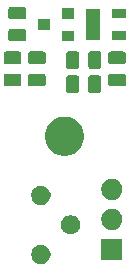
<source format=gbr>
G04 #@! TF.GenerationSoftware,KiCad,Pcbnew,(5.1.5)-3*
G04 #@! TF.CreationDate,2021-01-22T16:54:37+10:30*
G04 #@! TF.ProjectId,HallSingle,48616c6c-5369-46e6-976c-652e6b696361,rev?*
G04 #@! TF.SameCoordinates,Original*
G04 #@! TF.FileFunction,Soldermask,Top*
G04 #@! TF.FilePolarity,Negative*
%FSLAX46Y46*%
G04 Gerber Fmt 4.6, Leading zero omitted, Abs format (unit mm)*
G04 Created by KiCad (PCBNEW (5.1.5)-3) date 2021-01-22 16:54:37*
%MOMM*%
%LPD*%
G04 APERTURE LIST*
%ADD10C,0.100000*%
G04 APERTURE END LIST*
D10*
G36*
X142237142Y-78218242D02*
G01*
X142385101Y-78279529D01*
X142518255Y-78368499D01*
X142631501Y-78481745D01*
X142720471Y-78614899D01*
X142781758Y-78762858D01*
X142813000Y-78919925D01*
X142813000Y-79080075D01*
X142781758Y-79237142D01*
X142720471Y-79385101D01*
X142631501Y-79518255D01*
X142518255Y-79631501D01*
X142385101Y-79720471D01*
X142237142Y-79781758D01*
X142080075Y-79813000D01*
X141919925Y-79813000D01*
X141762858Y-79781758D01*
X141614899Y-79720471D01*
X141481745Y-79631501D01*
X141368499Y-79518255D01*
X141279529Y-79385101D01*
X141218242Y-79237142D01*
X141187000Y-79080075D01*
X141187000Y-78919925D01*
X141218242Y-78762858D01*
X141279529Y-78614899D01*
X141368499Y-78481745D01*
X141481745Y-78368499D01*
X141614899Y-78279529D01*
X141762858Y-78218242D01*
X141919925Y-78187000D01*
X142080075Y-78187000D01*
X142237142Y-78218242D01*
G37*
G36*
X148901000Y-79481000D02*
G01*
X147099000Y-79481000D01*
X147099000Y-77679000D01*
X148901000Y-77679000D01*
X148901000Y-79481000D01*
G37*
G36*
X144737142Y-75718242D02*
G01*
X144885101Y-75779529D01*
X145018255Y-75868499D01*
X145131501Y-75981745D01*
X145220471Y-76114899D01*
X145281758Y-76262858D01*
X145313000Y-76419925D01*
X145313000Y-76580075D01*
X145281758Y-76737142D01*
X145220471Y-76885101D01*
X145131501Y-77018255D01*
X145018255Y-77131501D01*
X144885101Y-77220471D01*
X144737142Y-77281758D01*
X144580075Y-77313000D01*
X144419925Y-77313000D01*
X144262858Y-77281758D01*
X144114899Y-77220471D01*
X143981745Y-77131501D01*
X143868499Y-77018255D01*
X143779529Y-76885101D01*
X143718242Y-76737142D01*
X143687000Y-76580075D01*
X143687000Y-76419925D01*
X143718242Y-76262858D01*
X143779529Y-76114899D01*
X143868499Y-75981745D01*
X143981745Y-75868499D01*
X144114899Y-75779529D01*
X144262858Y-75718242D01*
X144419925Y-75687000D01*
X144580075Y-75687000D01*
X144737142Y-75718242D01*
G37*
G36*
X148113512Y-75143927D02*
G01*
X148262812Y-75173624D01*
X148426784Y-75241544D01*
X148574354Y-75340147D01*
X148699853Y-75465646D01*
X148798456Y-75613216D01*
X148866376Y-75777188D01*
X148901000Y-75951259D01*
X148901000Y-76128741D01*
X148866376Y-76302812D01*
X148798456Y-76466784D01*
X148699853Y-76614354D01*
X148574354Y-76739853D01*
X148426784Y-76838456D01*
X148262812Y-76906376D01*
X148113512Y-76936073D01*
X148088742Y-76941000D01*
X147911258Y-76941000D01*
X147886488Y-76936073D01*
X147737188Y-76906376D01*
X147573216Y-76838456D01*
X147425646Y-76739853D01*
X147300147Y-76614354D01*
X147201544Y-76466784D01*
X147133624Y-76302812D01*
X147099000Y-76128741D01*
X147099000Y-75951259D01*
X147133624Y-75777188D01*
X147201544Y-75613216D01*
X147300147Y-75465646D01*
X147425646Y-75340147D01*
X147573216Y-75241544D01*
X147737188Y-75173624D01*
X147886488Y-75143927D01*
X147911258Y-75139000D01*
X148088742Y-75139000D01*
X148113512Y-75143927D01*
G37*
G36*
X142237142Y-73218242D02*
G01*
X142385101Y-73279529D01*
X142518255Y-73368499D01*
X142631501Y-73481745D01*
X142720471Y-73614899D01*
X142781758Y-73762858D01*
X142813000Y-73919925D01*
X142813000Y-74080075D01*
X142781758Y-74237142D01*
X142720471Y-74385101D01*
X142631501Y-74518255D01*
X142518255Y-74631501D01*
X142385101Y-74720471D01*
X142237142Y-74781758D01*
X142080075Y-74813000D01*
X141919925Y-74813000D01*
X141762858Y-74781758D01*
X141614899Y-74720471D01*
X141481745Y-74631501D01*
X141368499Y-74518255D01*
X141279529Y-74385101D01*
X141218242Y-74237142D01*
X141187000Y-74080075D01*
X141187000Y-73919925D01*
X141218242Y-73762858D01*
X141279529Y-73614899D01*
X141368499Y-73481745D01*
X141481745Y-73368499D01*
X141614899Y-73279529D01*
X141762858Y-73218242D01*
X141919925Y-73187000D01*
X142080075Y-73187000D01*
X142237142Y-73218242D01*
G37*
G36*
X148113512Y-72603927D02*
G01*
X148262812Y-72633624D01*
X148426784Y-72701544D01*
X148574354Y-72800147D01*
X148699853Y-72925646D01*
X148798456Y-73073216D01*
X148866376Y-73237188D01*
X148901000Y-73411259D01*
X148901000Y-73588741D01*
X148866376Y-73762812D01*
X148798456Y-73926784D01*
X148699853Y-74074354D01*
X148574354Y-74199853D01*
X148426784Y-74298456D01*
X148262812Y-74366376D01*
X148113512Y-74396073D01*
X148088742Y-74401000D01*
X147911258Y-74401000D01*
X147886488Y-74396073D01*
X147737188Y-74366376D01*
X147573216Y-74298456D01*
X147425646Y-74199853D01*
X147300147Y-74074354D01*
X147201544Y-73926784D01*
X147133624Y-73762812D01*
X147099000Y-73588741D01*
X147099000Y-73411259D01*
X147133624Y-73237188D01*
X147201544Y-73073216D01*
X147300147Y-72925646D01*
X147425646Y-72800147D01*
X147573216Y-72701544D01*
X147737188Y-72633624D01*
X147886488Y-72603927D01*
X147911258Y-72599000D01*
X148088742Y-72599000D01*
X148113512Y-72603927D01*
G37*
G36*
X144375256Y-67391298D02*
G01*
X144481579Y-67412447D01*
X144782042Y-67536903D01*
X145052451Y-67717585D01*
X145282415Y-67947549D01*
X145463097Y-68217958D01*
X145587553Y-68518421D01*
X145651000Y-68837391D01*
X145651000Y-69162609D01*
X145587553Y-69481579D01*
X145463097Y-69782042D01*
X145282415Y-70052451D01*
X145052451Y-70282415D01*
X144782042Y-70463097D01*
X144481579Y-70587553D01*
X144375256Y-70608702D01*
X144162611Y-70651000D01*
X143837389Y-70651000D01*
X143624744Y-70608702D01*
X143518421Y-70587553D01*
X143217958Y-70463097D01*
X142947549Y-70282415D01*
X142717585Y-70052451D01*
X142536903Y-69782042D01*
X142412447Y-69481579D01*
X142349000Y-69162609D01*
X142349000Y-68837391D01*
X142412447Y-68518421D01*
X142536903Y-68217958D01*
X142717585Y-67947549D01*
X142947549Y-67717585D01*
X143217958Y-67536903D01*
X143518421Y-67412447D01*
X143624744Y-67391298D01*
X143837389Y-67349000D01*
X144162611Y-67349000D01*
X144375256Y-67391298D01*
G37*
G36*
X146929968Y-63853565D02*
G01*
X146968638Y-63865296D01*
X147004277Y-63884346D01*
X147035517Y-63909983D01*
X147061154Y-63941223D01*
X147080204Y-63976862D01*
X147091935Y-64015532D01*
X147096500Y-64061888D01*
X147096500Y-65138112D01*
X147091935Y-65184468D01*
X147080204Y-65223138D01*
X147061154Y-65258777D01*
X147035517Y-65290017D01*
X147004277Y-65315654D01*
X146968638Y-65334704D01*
X146929968Y-65346435D01*
X146883612Y-65351000D01*
X146232388Y-65351000D01*
X146186032Y-65346435D01*
X146147362Y-65334704D01*
X146111723Y-65315654D01*
X146080483Y-65290017D01*
X146054846Y-65258777D01*
X146035796Y-65223138D01*
X146024065Y-65184468D01*
X146019500Y-65138112D01*
X146019500Y-64061888D01*
X146024065Y-64015532D01*
X146035796Y-63976862D01*
X146054846Y-63941223D01*
X146080483Y-63909983D01*
X146111723Y-63884346D01*
X146147362Y-63865296D01*
X146186032Y-63853565D01*
X146232388Y-63849000D01*
X146883612Y-63849000D01*
X146929968Y-63853565D01*
G37*
G36*
X145054968Y-63853565D02*
G01*
X145093638Y-63865296D01*
X145129277Y-63884346D01*
X145160517Y-63909983D01*
X145186154Y-63941223D01*
X145205204Y-63976862D01*
X145216935Y-64015532D01*
X145221500Y-64061888D01*
X145221500Y-65138112D01*
X145216935Y-65184468D01*
X145205204Y-65223138D01*
X145186154Y-65258777D01*
X145160517Y-65290017D01*
X145129277Y-65315654D01*
X145093638Y-65334704D01*
X145054968Y-65346435D01*
X145008612Y-65351000D01*
X144357388Y-65351000D01*
X144311032Y-65346435D01*
X144272362Y-65334704D01*
X144236723Y-65315654D01*
X144205483Y-65290017D01*
X144179846Y-65258777D01*
X144160796Y-65223138D01*
X144149065Y-65184468D01*
X144144500Y-65138112D01*
X144144500Y-64061888D01*
X144149065Y-64015532D01*
X144160796Y-63976862D01*
X144179846Y-63941223D01*
X144205483Y-63909983D01*
X144236723Y-63884346D01*
X144272362Y-63865296D01*
X144311032Y-63853565D01*
X144357388Y-63849000D01*
X145008612Y-63849000D01*
X145054968Y-63853565D01*
G37*
G36*
X149034468Y-63703565D02*
G01*
X149073138Y-63715296D01*
X149108777Y-63734346D01*
X149140017Y-63759983D01*
X149165654Y-63791223D01*
X149184704Y-63826862D01*
X149196435Y-63865532D01*
X149201000Y-63911888D01*
X149201000Y-64563112D01*
X149196435Y-64609468D01*
X149184704Y-64648138D01*
X149165654Y-64683777D01*
X149140017Y-64715017D01*
X149108777Y-64740654D01*
X149073138Y-64759704D01*
X149034468Y-64771435D01*
X148988112Y-64776000D01*
X147911888Y-64776000D01*
X147865532Y-64771435D01*
X147826862Y-64759704D01*
X147791223Y-64740654D01*
X147759983Y-64715017D01*
X147734346Y-64683777D01*
X147715296Y-64648138D01*
X147703565Y-64609468D01*
X147699000Y-64563112D01*
X147699000Y-63911888D01*
X147703565Y-63865532D01*
X147715296Y-63826862D01*
X147734346Y-63791223D01*
X147759983Y-63759983D01*
X147791223Y-63734346D01*
X147826862Y-63715296D01*
X147865532Y-63703565D01*
X147911888Y-63699000D01*
X148988112Y-63699000D01*
X149034468Y-63703565D01*
G37*
G36*
X142234468Y-63703565D02*
G01*
X142273138Y-63715296D01*
X142308777Y-63734346D01*
X142340017Y-63759983D01*
X142365654Y-63791223D01*
X142384704Y-63826862D01*
X142396435Y-63865532D01*
X142401000Y-63911888D01*
X142401000Y-64563112D01*
X142396435Y-64609468D01*
X142384704Y-64648138D01*
X142365654Y-64683777D01*
X142340017Y-64715017D01*
X142308777Y-64740654D01*
X142273138Y-64759704D01*
X142234468Y-64771435D01*
X142188112Y-64776000D01*
X141111888Y-64776000D01*
X141065532Y-64771435D01*
X141026862Y-64759704D01*
X140991223Y-64740654D01*
X140959983Y-64715017D01*
X140934346Y-64683777D01*
X140915296Y-64648138D01*
X140903565Y-64609468D01*
X140899000Y-64563112D01*
X140899000Y-63911888D01*
X140903565Y-63865532D01*
X140915296Y-63826862D01*
X140934346Y-63791223D01*
X140959983Y-63759983D01*
X140991223Y-63734346D01*
X141026862Y-63715296D01*
X141065532Y-63703565D01*
X141111888Y-63699000D01*
X142188112Y-63699000D01*
X142234468Y-63703565D01*
G37*
G36*
X140184468Y-63703565D02*
G01*
X140223138Y-63715296D01*
X140258777Y-63734346D01*
X140290017Y-63759983D01*
X140315654Y-63791223D01*
X140334704Y-63826862D01*
X140346435Y-63865532D01*
X140351000Y-63911888D01*
X140351000Y-64563112D01*
X140346435Y-64609468D01*
X140334704Y-64648138D01*
X140315654Y-64683777D01*
X140290017Y-64715017D01*
X140258777Y-64740654D01*
X140223138Y-64759704D01*
X140184468Y-64771435D01*
X140138112Y-64776000D01*
X139061888Y-64776000D01*
X139015532Y-64771435D01*
X138976862Y-64759704D01*
X138941223Y-64740654D01*
X138909983Y-64715017D01*
X138884346Y-64683777D01*
X138865296Y-64648138D01*
X138853565Y-64609468D01*
X138849000Y-64563112D01*
X138849000Y-63911888D01*
X138853565Y-63865532D01*
X138865296Y-63826862D01*
X138884346Y-63791223D01*
X138909983Y-63759983D01*
X138941223Y-63734346D01*
X138976862Y-63715296D01*
X139015532Y-63703565D01*
X139061888Y-63699000D01*
X140138112Y-63699000D01*
X140184468Y-63703565D01*
G37*
G36*
X146929968Y-61803565D02*
G01*
X146968638Y-61815296D01*
X147004277Y-61834346D01*
X147035517Y-61859983D01*
X147061154Y-61891223D01*
X147080204Y-61926862D01*
X147091935Y-61965532D01*
X147096500Y-62011888D01*
X147096500Y-63088112D01*
X147091935Y-63134468D01*
X147080204Y-63173138D01*
X147061154Y-63208777D01*
X147035517Y-63240017D01*
X147004277Y-63265654D01*
X146968638Y-63284704D01*
X146929968Y-63296435D01*
X146883612Y-63301000D01*
X146232388Y-63301000D01*
X146186032Y-63296435D01*
X146147362Y-63284704D01*
X146111723Y-63265654D01*
X146080483Y-63240017D01*
X146054846Y-63208777D01*
X146035796Y-63173138D01*
X146024065Y-63134468D01*
X146019500Y-63088112D01*
X146019500Y-62011888D01*
X146024065Y-61965532D01*
X146035796Y-61926862D01*
X146054846Y-61891223D01*
X146080483Y-61859983D01*
X146111723Y-61834346D01*
X146147362Y-61815296D01*
X146186032Y-61803565D01*
X146232388Y-61799000D01*
X146883612Y-61799000D01*
X146929968Y-61803565D01*
G37*
G36*
X145054968Y-61803565D02*
G01*
X145093638Y-61815296D01*
X145129277Y-61834346D01*
X145160517Y-61859983D01*
X145186154Y-61891223D01*
X145205204Y-61926862D01*
X145216935Y-61965532D01*
X145221500Y-62011888D01*
X145221500Y-63088112D01*
X145216935Y-63134468D01*
X145205204Y-63173138D01*
X145186154Y-63208777D01*
X145160517Y-63240017D01*
X145129277Y-63265654D01*
X145093638Y-63284704D01*
X145054968Y-63296435D01*
X145008612Y-63301000D01*
X144357388Y-63301000D01*
X144311032Y-63296435D01*
X144272362Y-63284704D01*
X144236723Y-63265654D01*
X144205483Y-63240017D01*
X144179846Y-63208777D01*
X144160796Y-63173138D01*
X144149065Y-63134468D01*
X144144500Y-63088112D01*
X144144500Y-62011888D01*
X144149065Y-61965532D01*
X144160796Y-61926862D01*
X144179846Y-61891223D01*
X144205483Y-61859983D01*
X144236723Y-61834346D01*
X144272362Y-61815296D01*
X144311032Y-61803565D01*
X144357388Y-61799000D01*
X145008612Y-61799000D01*
X145054968Y-61803565D01*
G37*
G36*
X149034468Y-61828565D02*
G01*
X149073138Y-61840296D01*
X149108777Y-61859346D01*
X149140017Y-61884983D01*
X149165654Y-61916223D01*
X149184704Y-61951862D01*
X149196435Y-61990532D01*
X149201000Y-62036888D01*
X149201000Y-62688112D01*
X149196435Y-62734468D01*
X149184704Y-62773138D01*
X149165654Y-62808777D01*
X149140017Y-62840017D01*
X149108777Y-62865654D01*
X149073138Y-62884704D01*
X149034468Y-62896435D01*
X148988112Y-62901000D01*
X147911888Y-62901000D01*
X147865532Y-62896435D01*
X147826862Y-62884704D01*
X147791223Y-62865654D01*
X147759983Y-62840017D01*
X147734346Y-62808777D01*
X147715296Y-62773138D01*
X147703565Y-62734468D01*
X147699000Y-62688112D01*
X147699000Y-62036888D01*
X147703565Y-61990532D01*
X147715296Y-61951862D01*
X147734346Y-61916223D01*
X147759983Y-61884983D01*
X147791223Y-61859346D01*
X147826862Y-61840296D01*
X147865532Y-61828565D01*
X147911888Y-61824000D01*
X148988112Y-61824000D01*
X149034468Y-61828565D01*
G37*
G36*
X140184468Y-61828565D02*
G01*
X140223138Y-61840296D01*
X140258777Y-61859346D01*
X140290017Y-61884983D01*
X140315654Y-61916223D01*
X140334704Y-61951862D01*
X140346435Y-61990532D01*
X140351000Y-62036888D01*
X140351000Y-62688112D01*
X140346435Y-62734468D01*
X140334704Y-62773138D01*
X140315654Y-62808777D01*
X140290017Y-62840017D01*
X140258777Y-62865654D01*
X140223138Y-62884704D01*
X140184468Y-62896435D01*
X140138112Y-62901000D01*
X139061888Y-62901000D01*
X139015532Y-62896435D01*
X138976862Y-62884704D01*
X138941223Y-62865654D01*
X138909983Y-62840017D01*
X138884346Y-62808777D01*
X138865296Y-62773138D01*
X138853565Y-62734468D01*
X138849000Y-62688112D01*
X138849000Y-62036888D01*
X138853565Y-61990532D01*
X138865296Y-61951862D01*
X138884346Y-61916223D01*
X138909983Y-61884983D01*
X138941223Y-61859346D01*
X138976862Y-61840296D01*
X139015532Y-61828565D01*
X139061888Y-61824000D01*
X140138112Y-61824000D01*
X140184468Y-61828565D01*
G37*
G36*
X142234468Y-61828565D02*
G01*
X142273138Y-61840296D01*
X142308777Y-61859346D01*
X142340017Y-61884983D01*
X142365654Y-61916223D01*
X142384704Y-61951862D01*
X142396435Y-61990532D01*
X142401000Y-62036888D01*
X142401000Y-62688112D01*
X142396435Y-62734468D01*
X142384704Y-62773138D01*
X142365654Y-62808777D01*
X142340017Y-62840017D01*
X142308777Y-62865654D01*
X142273138Y-62884704D01*
X142234468Y-62896435D01*
X142188112Y-62901000D01*
X141111888Y-62901000D01*
X141065532Y-62896435D01*
X141026862Y-62884704D01*
X140991223Y-62865654D01*
X140959983Y-62840017D01*
X140934346Y-62808777D01*
X140915296Y-62773138D01*
X140903565Y-62734468D01*
X140899000Y-62688112D01*
X140899000Y-62036888D01*
X140903565Y-61990532D01*
X140915296Y-61951862D01*
X140934346Y-61916223D01*
X140959983Y-61884983D01*
X140991223Y-61859346D01*
X141026862Y-61840296D01*
X141065532Y-61828565D01*
X141111888Y-61824000D01*
X142188112Y-61824000D01*
X142234468Y-61828565D01*
G37*
G36*
X140584468Y-59903565D02*
G01*
X140623138Y-59915296D01*
X140658777Y-59934346D01*
X140690017Y-59959983D01*
X140715654Y-59991223D01*
X140734704Y-60026862D01*
X140746435Y-60065532D01*
X140751000Y-60111888D01*
X140751000Y-60763112D01*
X140746435Y-60809468D01*
X140734704Y-60848138D01*
X140715654Y-60883777D01*
X140690017Y-60915017D01*
X140658777Y-60940654D01*
X140623138Y-60959704D01*
X140584468Y-60971435D01*
X140538112Y-60976000D01*
X139461888Y-60976000D01*
X139415532Y-60971435D01*
X139376862Y-60959704D01*
X139341223Y-60940654D01*
X139309983Y-60915017D01*
X139284346Y-60883777D01*
X139265296Y-60848138D01*
X139253565Y-60809468D01*
X139249000Y-60763112D01*
X139249000Y-60111888D01*
X139253565Y-60065532D01*
X139265296Y-60026862D01*
X139284346Y-59991223D01*
X139309983Y-59959983D01*
X139341223Y-59934346D01*
X139376862Y-59915296D01*
X139415532Y-59903565D01*
X139461888Y-59899000D01*
X140538112Y-59899000D01*
X140584468Y-59903565D01*
G37*
G36*
X144773000Y-60961500D02*
G01*
X143771000Y-60961500D01*
X143771000Y-60059500D01*
X144773000Y-60059500D01*
X144773000Y-60961500D01*
G37*
G36*
X146981000Y-60876000D02*
G01*
X145819000Y-60876000D01*
X145819000Y-58224000D01*
X146981000Y-58224000D01*
X146981000Y-60876000D01*
G37*
G36*
X149181000Y-60876000D02*
G01*
X148019000Y-60876000D01*
X148019000Y-60124000D01*
X149181000Y-60124000D01*
X149181000Y-60876000D01*
G37*
G36*
X142773000Y-60011500D02*
G01*
X141771000Y-60011500D01*
X141771000Y-59109500D01*
X142773000Y-59109500D01*
X142773000Y-60011500D01*
G37*
G36*
X140584468Y-58028565D02*
G01*
X140623138Y-58040296D01*
X140658777Y-58059346D01*
X140690017Y-58084983D01*
X140715654Y-58116223D01*
X140734704Y-58151862D01*
X140746435Y-58190532D01*
X140751000Y-58236888D01*
X140751000Y-58888112D01*
X140746435Y-58934468D01*
X140734704Y-58973138D01*
X140715654Y-59008777D01*
X140690017Y-59040017D01*
X140658777Y-59065654D01*
X140623138Y-59084704D01*
X140584468Y-59096435D01*
X140538112Y-59101000D01*
X139461888Y-59101000D01*
X139415532Y-59096435D01*
X139376862Y-59084704D01*
X139341223Y-59065654D01*
X139309983Y-59040017D01*
X139284346Y-59008777D01*
X139265296Y-58973138D01*
X139253565Y-58934468D01*
X139249000Y-58888112D01*
X139249000Y-58236888D01*
X139253565Y-58190532D01*
X139265296Y-58151862D01*
X139284346Y-58116223D01*
X139309983Y-58084983D01*
X139341223Y-58059346D01*
X139376862Y-58040296D01*
X139415532Y-58028565D01*
X139461888Y-58024000D01*
X140538112Y-58024000D01*
X140584468Y-58028565D01*
G37*
G36*
X144773000Y-59061500D02*
G01*
X143771000Y-59061500D01*
X143771000Y-58159500D01*
X144773000Y-58159500D01*
X144773000Y-59061500D01*
G37*
G36*
X149181000Y-58976000D02*
G01*
X148019000Y-58976000D01*
X148019000Y-58224000D01*
X149181000Y-58224000D01*
X149181000Y-58976000D01*
G37*
M02*

</source>
